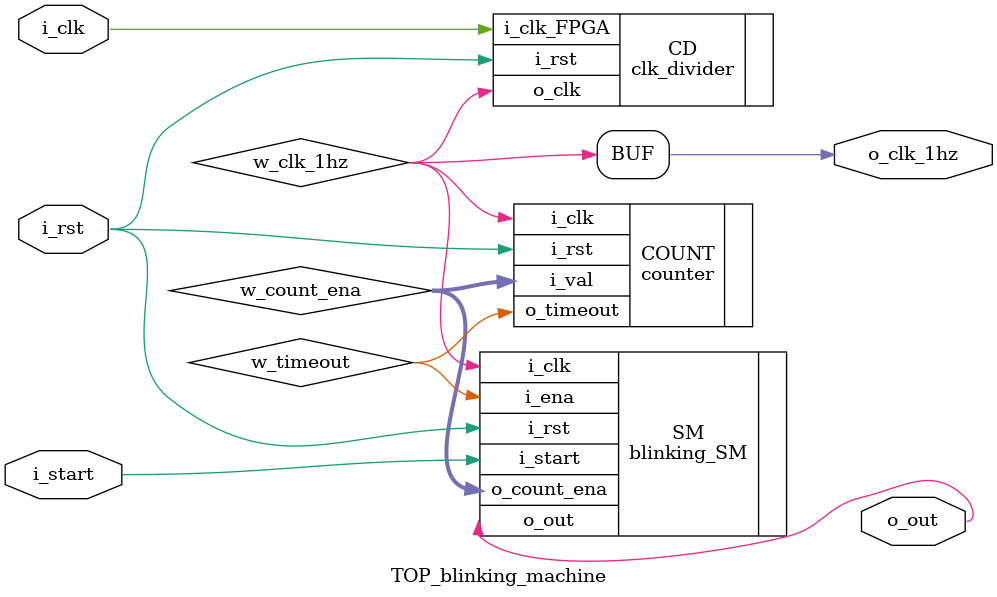
<source format=sv>
module TOP_blinking_machine(
	input  i_clk,
	input  i_rst,
	input  i_start,

	output o_out,
	output o_clk_1hz
	);

wire 	   w_clk_1hz;
wire 	   w_timeout;
wire [2:0] w_count_ena;

clk_divider CD(
	.i_rst(i_rst), 
	.i_clk_FPGA(i_clk),
	
	.o_clk(w_clk_1hz)
);

blinking_SM SM(
	.i_clk(w_clk_1hz),
	.i_rst(i_rst),
	.i_start(i_start),
	.i_ena(w_timeout),

	.o_out(o_out),
	.o_count_ena(w_count_ena)
);

counter COUNT(
	.i_clk(w_clk_1hz),
	.i_rst(i_rst),
	.i_val(w_count_ena),

	.o_timeout(w_timeout),
);

assign o_clk_1hz = w_clk_1hz;

endmodule
</source>
